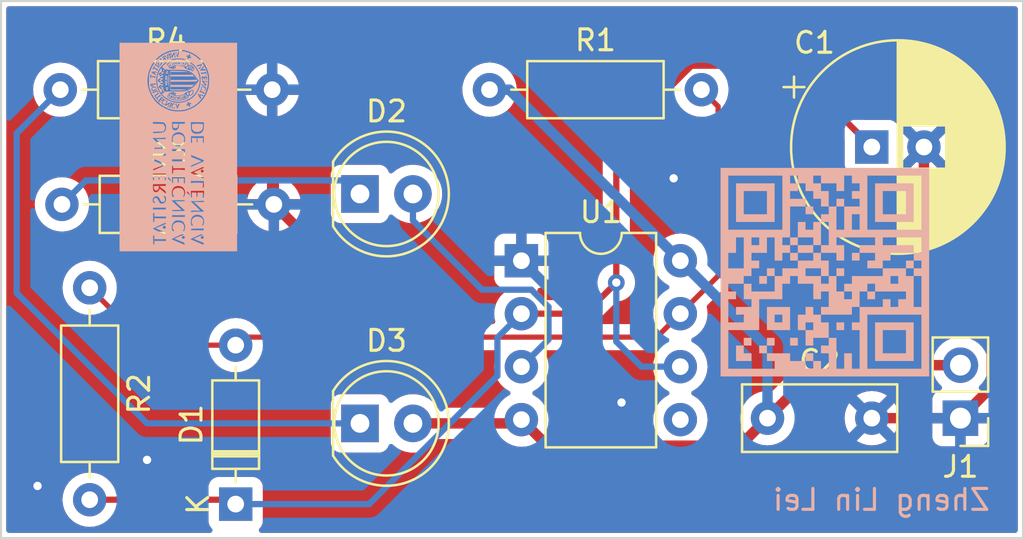
<source format=kicad_pcb>
(kicad_pcb (version 20240108) (generator "pcbnew") (generator_version "8.0")
  (layers (0 "F.Cu" signal) (31 "B.Cu" signal) (34 "B.Paste" user) (35 "F.Paste" user) (36 "B.SilkS" user "B.Silkscreen") (37 "F.SilkS" user "F.Silkscreen") (38 "B.Mask" user) (39 "F.Mask" user) (44 "Edge.Cuts" user))
  (net 0 "")
  (net 1 "Net-(D1-K)")
  (net 2 "GND")
  (net 3 "VDC")
  (net 4 "Net-(D1-A)")
  (net 5 "Net-(D2-K)")
  (net 6 "/output")
  (net 7 "Net-(D3-K)")
  (footprint "Diode_THT:D_DO-35_SOD27_P7.62mm_Horizontal" (layer "F.Cu") (at 111 95.37 90)
    (property "Reference" "D1" (at 3.81 -2.12 -90) (layer "F.SilkS"))
    (property "Value" "1N4148")
    (fp_text user "K" (at 0 -1.8 -90) (layer "F.SilkS"))
    (pad "1" thru_hole rect (at 0 0 90) (size 1.6 1.6) (drill 0.8) (layers "*.Cu" "*.Mask") (net 1 "Net-(D1-K)"))
    (pad "2" thru_hole oval (at 7.62 0 90) (size 1.6 1.6) (drill 0.8) (layers "*.Cu" "*.Mask") (net 4 "Net-(D1-A)"))
  )
  (footprint "Graphics:GithubQR" (layer "F.Cu") (at 139.25 84.25)
    (property "Reference" "G***" (hide yes))
    (property "Value" "LOGO" (hide yes))
  )
  (footprint "Package_DIP:DIP-8_W7.62mm" (layer "F.Cu") (at 124.7 83.7)
    (property "Reference" "U1" (at 3.81 -2.33 0) (layer "F.SilkS"))
    (property "Value" "NE555P")
    (pad "1" thru_hole rect (at 0 0) (size 1.6 1.6) (drill 0.8) (layers "*.Cu" "*.Mask") (net 2 "GND"))
    (pad "2" thru_hole oval (at 0 2.54) (size 1.6 1.6) (drill 0.8) (layers "*.Cu" "*.Mask") (net 1 "Net-(D1-K)"))
    (pad "3" thru_hole oval (at 0 5.08) (size 1.6 1.6) (drill 0.8) (layers "*.Cu" "*.Mask") (net 6 "/output"))
    (pad "4" thru_hole oval (at 0 7.62) (size 1.6 1.6) (drill 0.8) (layers "*.Cu" "*.Mask") (net 3 "VDC"))
    (pad "5" thru_hole oval (at 7.62 7.62) (size 1.6 1.6) (drill 0.8) (layers "*.Cu" "*.Mask"))
    (pad "6" thru_hole oval (at 7.62 5.08) (size 1.6 1.6) (drill 0.8) (layers "*.Cu" "*.Mask") (net 1 "Net-(D1-K)"))
    (pad "7" thru_hole oval (at 7.62 2.54) (size 1.6 1.6) (drill 0.8) (layers "*.Cu" "*.Mask") (net 4 "Net-(D1-A)"))
    (pad "8" thru_hole oval (at 7.62 0) (size 1.6 1.6) (drill 0.8) (layers "*.Cu" "*.Mask") (net 3 "VDC"))
  )
  (footprint "Resistor_THT:R_Axial_DIN0207_L6.3mm_D2.5mm_P10.16mm_Horizontal" (layer "F.Cu") (at 102.59 75.5)
    (property "Reference" "R4" (at 5.08 -2.37 0) (layer "F.SilkS"))
    (property "Value" "15k")
    (pad "1" thru_hole circle (at 0 0) (size 1.6 1.6) (drill 0.8) (layers "*.Cu" "*.Mask") (net 7 "Net-(D3-K)"))
    (pad "2" thru_hole oval (at 10.16 0) (size 1.6 1.6) (drill 0.8) (layers "*.Cu" "*.Mask") (net 2 "GND"))
  )
  (footprint "Resistor_THT:R_Axial_DIN0207_L6.3mm_D2.5mm_P10.16mm_Horizontal" (layer "F.Cu") (at 104 85 -90)
    (property "Reference" "R2" (at 5.08 -2.37 90) (layer "F.SilkS"))
    (property "Value" "15k")
    (pad "1" thru_hole circle (at 0 0 270) (size 1.6 1.6) (drill 0.8) (layers "*.Cu" "*.Mask") (net 4 "Net-(D1-A)"))
    (pad "2" thru_hole oval (at 10.16 0 270) (size 1.6 1.6) (drill 0.8) (layers "*.Cu" "*.Mask") (net 1 "Net-(D1-K)"))
  )
  (footprint "LED_THT:LED_D5.0mm" (layer "F.Cu") (at 116.96 80.5)
    (property "Reference" "D2" (at 1.27 -3.96 0) (layer "F.SilkS"))
    (property "Value" "LED")
    (pad "1" thru_hole rect (at 0 0) (size 1.8 1.8) (drill 0.9) (layers "*.Cu" "*.Mask") (net 5 "Net-(D2-K)"))
    (pad "2" thru_hole circle (at 2.54 0) (size 1.8 1.8) (drill 0.9) (layers "*.Cu" "*.Mask") (net 6 "/output"))
  )
  (footprint "Connector_PinHeader_2.54mm:PinHeader_1x02_P2.54mm_Vertical" (layer "F.Cu") (at 145.75 91.25 180)
    (property "Reference" "J1" (at 0 -2.33 180) (layer "F.SilkS"))
    (property "Value" "Conn_01x02_Pin")
    (pad "1" thru_hole rect (at 0 0 180) (size 1.7 1.7) (drill 1) (layers "*.Cu" "*.Mask") (net 2 "GND"))
    (pad "2" thru_hole oval (at 0 2.54 180) (size 1.7 1.7) (drill 1) (layers "*.Cu" "*.Mask") (net 3 "VDC"))
  )
  (footprint "Capacitor_THT:C_Rect_L7.2mm_W3.0mm_P5.00mm_FKS2_FKP2_MKS2_MKP2" (layer "F.Cu") (at 136.5 91.25)
    (property "Reference" "C2" (at 2.5 -2.75 0) (layer "F.SilkS"))
    (property "Value" "100n")
    (pad "1" thru_hole circle (at 0 0) (size 1.6 1.6) (drill 0.8) (layers "*.Cu" "*.Mask") (net 3 "VDC"))
    (pad "2" thru_hole circle (at 5 0) (size 1.6 1.6) (drill 0.8) (layers "*.Cu" "*.Mask") (net 2 "GND"))
  )
  (footprint "Resistor_THT:R_Axial_DIN0207_L6.3mm_D2.5mm_P10.16mm_Horizontal" (layer "F.Cu") (at 123.17 75.5)
    (property "Reference" "R1" (at 5.08 -2.37 0) (layer "F.SilkS"))
    (property "Value" "15k")
    (pad "1" thru_hole circle (at 0 0) (size 1.6 1.6) (drill 0.8) (layers "*.Cu" "*.Mask") (net 3 "VDC"))
    (pad "2" thru_hole oval (at 10.16 0) (size 1.6 1.6) (drill 0.8) (layers "*.Cu" "*.Mask") (net 4 "Net-(D1-A)"))
  )
  (footprint "Graphics:UPV-Small" (layer "F.Cu") (at 108.25 78.25 90)
    (property "Reference" "G***" (hide yes))
    (property "Value" "LOGO" (hide yes))
  )
  (footprint "Capacitor_THT:CP_Radial_D10.0mm_P2.50mm" (layer "F.Cu") (at 141.5 78.25)
    (property "Reference" "C1" (at -2.75 -5 0) (layer "F.SilkS"))
    (property "Value" "C_Polarized")
    (pad "1" thru_hole rect (at 0 0) (size 1.6 1.6) (drill 0.8) (layers "*.Cu" "*.Mask") (net 1 "Net-(D1-K)"))
    (pad "2" thru_hole circle (at 2.5 0) (size 1.6 1.6) (drill 0.8) (layers "*.Cu" "*.Mask") (net 2 "GND"))
  )
  (footprint "LED_THT:LED_D5.0mm" (layer "F.Cu") (at 116.96 91.5)
    (property "Reference" "D3" (at 1.27 -3.96 0) (layer "F.SilkS"))
    (property "Value" "LED")
    (pad "1" thru_hole rect (at 0 0) (size 1.8 1.8) (drill 0.9) (layers "*.Cu" "*.Mask") (net 7 "Net-(D3-K)"))
    (pad "2" thru_hole circle (at 2.54 0) (size 1.8 1.8) (drill 0.9) (layers "*.Cu" "*.Mask") (net 3 "VDC"))
  )
  (footprint "Resistor_THT:R_Axial_DIN0207_L6.3mm_D2.5mm_P10.16mm_Horizontal" (layer "F.Cu") (at 102.67 81)
    (property "Reference" "R3" (at 5.08 -2.37 0) (layer "F.SilkS"))
    (property "Value" "330")
    (pad "1" thru_hole circle (at 0 0) (size 1.6 1.6) (drill 0.8) (layers "*.Cu" "*.Mask") (net 5 "Net-(D2-K)"))
    (pad "2" thru_hole oval (at 10.16 0) (size 1.6 1.6) (drill 0.8) (layers "*.Cu" "*.Mask") (net 2 "GND"))
  )
  (gr_line (start 148.75 71.25) (end 99.75 71.25) (stroke (width 0.1)) (layer "Edge.Cuts"))
  (gr_line (start 148.75 97) (end 148.75 71.25) (stroke (width 0.1)) (layer "Edge.Cuts"))
  (gr_line (start 99.75 97) (end 148.75 97) (stroke (width 0.1)) (layer "Edge.Cuts"))
  (gr_line (start 99.75 71.25) (end 99.75 97) (stroke (width 0.1)) (layer "Edge.Cuts"))
  (gr_text "Zheng Lin Lei" (at 147.25 95.75 0) (layer "B.SilkS") (effects (font (size 1 1)) (justify left bottom mirror)))
  (segment (start 129.25 77.953654) (end 132.853654 74.35) (width 0.3) (layer "F.Cu") (net 1))
  (segment (start 127.76 86.24) (end 129.25 84.75) (width 0.3) (layer "F.Cu") (net 1))
  (segment (start 129.25 84.75) (end 129.25 77.953654) (width 0.3) (layer "F.Cu") (net 1))
  (segment (start 124.7 86.24) (end 127.76 86.24) (width 0.3) (layer "F.Cu") (net 1))
  (segment (start 104 95.16) (end 110.79 95.16) (width 0.3) (layer "F.Cu") (net 1))
  (segment (start 137.6 74.35) (end 141.5 78.25) (width 0.3) (layer "F.Cu") (net 1))
  (segment (start 110.79 95.16) (end 111 95.37) (width 0.3) (layer "F.Cu") (net 1))
  (segment (start 132.853654 74.35) (end 137.6 74.35) (width 0.3) (layer "F.Cu") (net 1))
  (via (at 129.25 84.75) (size 0.8) (drill 0.4) (layers "F.Cu" "B.Cu") (net 1))
  (segment (start 123.55 89.217767) (end 123.55 87.39) (width 0.3) (layer "B.Cu") (net 1))
  (segment (start 130.453654 88.78) (end 132.32 88.78) (width 0.3) (layer "B.Cu") (net 1))
  (segment (start 117.397767 95.37) (end 123.55 89.217767) (width 0.3) (layer "B.Cu") (net 1))
  (segment (start 129.25 87.576346) (end 130.453654 88.78) (width 0.3) (layer "B.Cu") (net 1))
  (segment (start 129.25 84.75) (end 129.25 87.576346) (width 0.3) (layer "B.Cu") (net 1))
  (segment (start 123.55 87.39) (end 124.7 86.24) (width 0.3) (layer "B.Cu") (net 1))
  (segment (start 111 95.37) (end 117.397767 95.37) (width 0.3) (layer "B.Cu") (net 1))
  (segment (start 145.75 91.25) (end 141.5 91.25) (width 0.5) (layer "F.Cu") (net 2))
  (segment (start 112.75 80.92) (end 112.83 81) (width 0.5) (layer "F.Cu") (net 2))
  (segment (start 144 79.5) (end 144 78.25) (width 0.5) (layer "F.Cu") (net 2))
  (segment (start 145.75 91.25) (end 147.25 89.75) (width 0.5) (layer "F.Cu") (net 2))
  (segment (start 115.53 83.7) (end 124.7 83.7) (width 0.5) (layer "F.Cu") (net 2))
  (segment (start 112.83 81) (end 115.53 83.7) (width 0.5) (layer "F.Cu") (net 2))
  (segment (start 147.25 82.75) (end 144 79.5) (width 0.5) (layer "F.Cu") (net 2))
  (segment (start 112.75 75.5) (end 112.75 80.92) (width 0.5) (layer "F.Cu") (net 2))
  (segment (start 147.25 89.75) (end 147.25 82.75) (width 0.5) (layer "F.Cu") (net 2))
  (via (at 132 79.75) (size 0.8) (drill 0.4) (layers "F.Cu" "B.Cu") (net 2))
  (via (at 129.5 90.5) (size 0.8) (drill 0.4) (layers "F.Cu" "B.Cu") (net 2))
  (via (at 101.5 94.5) (size 0.8) (drill 0.4) (layers "F.Cu" "B.Cu") (net 2))
  (via (at 106.75 93.25) (size 0.8) (drill 0.4) (layers "F.Cu" "B.Cu") (net 2))
  (segment (start 128 91.75) (end 128 87) (width 0.5) (layer "B.Cu") (net 2))
  (segment (start 128 87) (end 124.7 83.7) (width 0.5) (layer "B.Cu") (net 2))
  (segment (start 129.5 93.25) (end 128 91.75) (width 0.5) (layer "B.Cu") (net 2))
  (segment (start 141.5 91.25) (end 139.5 93.25) (width 0.5) (layer "B.Cu") (net 2))
  (segment (start 139.5 93.25) (end 129.5 93.25) (width 0.5) (layer "B.Cu") (net 2))
  (segment (start 124.57 91.32) (end 124.39 91.5) (width 0.5) (layer "F.Cu") (net 3))
  (segment (start 135.18 92.57) (end 125.95 92.57) (width 0.5) (layer "F.Cu") (net 3))
  (segment (start 136.5 91.25) (end 135.18 92.57) (width 0.5) (layer "F.Cu") (net 3))
  (segment (start 139.04 88.71) (end 136.5 91.25) (width 0.5) (layer "F.Cu") (net 3))
  (segment (start 124.39 91.5) (end 119.5 91.5) (width 0.5) (layer "F.Cu") (net 3))
  (segment (start 125.95 92.57) (end 124.7 91.32) (width 0.5) (layer "F.Cu") (net 3))
  (segment (start 145.75 88.71) (end 139.04 88.71) (width 0.5) (layer "F.Cu") (net 3))
  (segment (start 124.7 91.32) (end 124.57 91.32) (width 0.5) (layer "F.Cu") (net 3))
  (segment (start 132.32 83.7) (end 124.12 75.5) (width 0.5) (layer "B.Cu") (net 3))
  (segment (start 136.5 87.88) (end 136.5 91.25) (width 0.5) (layer "B.Cu") (net 3))
  (segment (start 132.32 83.7) (end 136.5 87.88) (width 0.5) (layer "B.Cu") (net 3))
  (segment (start 124.12 75.5) (end 123.17 75.5) (width 0.5) (layer "B.Cu") (net 3))
  (segment (start 132.32 86.24) (end 131.195 87.365) (width 0.25) (layer "F.Cu") (net 4))
  (segment (start 106.75 87.75) (end 104 85) (width 0.25) (layer "F.Cu") (net 4))
  (segment (start 111 87.75) (end 106.75 87.75) (width 0.25) (layer "F.Cu") (net 4))
  (segment (start 134.129999 84.430001) (end 132.32 86.24) (width 0.25) (layer "F.Cu") (net 4))
  (segment (start 134.129999 76.299999) (end 134.129999 84.430001) (width 0.25) (layer "F.Cu") (net 4))
  (segment (start 111.385 87.365) (end 111 87.75) (width 0.25) (layer "F.Cu") (net 4))
  (segment (start 131.195 87.365) (end 111.385 87.365) (width 0.25) (layer "F.Cu") (net 4))
  (segment (start 133.33 75.5) (end 134.129999 76.299999) (width 0.25) (layer "F.Cu") (net 4))
  (segment (start 102.67 81) (end 103.82 79.85) (width 0.3) (layer "B.Cu") (net 5))
  (segment (start 103.82 79.85) (end 116.31 79.85) (width 0.3) (layer "B.Cu") (net 5))
  (segment (start 116.31 79.85) (end 116.96 80.5) (width 0.3) (layer "B.Cu") (net 5))
  (segment (start 119.5 80.5) (end 119.5 81.772792) (width 0.3) (layer "B.Cu") (net 6))
  (segment (start 126 85.913654) (end 126 87.48) (width 0.3) (layer "B.Cu") (net 6))
  (segment (start 122.817208 85.09) (end 125.176346 85.09) (width 0.3) (layer "B.Cu") (net 6))
  (segment (start 126 87.48) (end 124.7 88.78) (width 0.3) (layer "B.Cu") (net 6))
  (segment (start 119.5 81.772792) (end 122.817208 85.09) (width 0.3) (layer "B.Cu") (net 6))
  (segment (start 125.176346 85.09) (end 126 85.913654) (width 0.3) (layer "B.Cu") (net 6))
  (segment (start 100.5 77.59) (end 100.5 85.25) (width 0.3) (layer "B.Cu") (net 7))
  (segment (start 100.5 85.25) (end 106.75 91.5) (width 0.3) (layer "B.Cu") (net 7))
  (segment (start 106.75 91.5) (end 116.96 91.5) (width 0.3) (layer "B.Cu") (net 7))
  (segment (start 102.59 75.5) (end 100.5 77.59) (width 0.3) (layer "B.Cu") (net 7))
  (zone (net 2) (net_name "GND") (layers "F&B.Cu") (connect_pads (clearance 0.5)) (min_thickness 0.25) (fill yes (thermal_gap 0.5) (thermal_bridge_width 0.5))
    (polygon (pts (xy 99.75 71.25) (xy 99.75 97) (xy 148.75 97) (xy 148.75 71.25)))
  )
)
</source>
